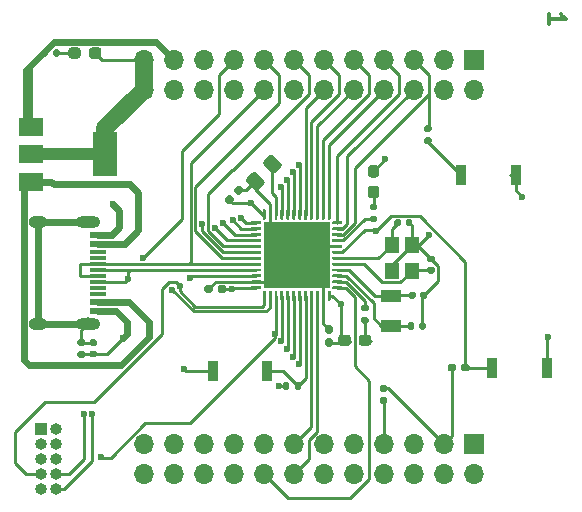
<source format=gbr>
G04 #@! TF.GenerationSoftware,KiCad,Pcbnew,(5.1.10-1-10_14)*
G04 #@! TF.CreationDate,2021-08-26T00:22:11+08:00*
G04 #@! TF.ProjectId,stm32f401_devboard,73746d33-3266-4343-9031-5f646576626f,rev?*
G04 #@! TF.SameCoordinates,Original*
G04 #@! TF.FileFunction,Copper,L1,Top*
G04 #@! TF.FilePolarity,Positive*
%FSLAX46Y46*%
G04 Gerber Fmt 4.6, Leading zero omitted, Abs format (unit mm)*
G04 Created by KiCad (PCBNEW (5.1.10-1-10_14)) date 2021-08-26 00:22:11*
%MOMM*%
%LPD*%
G01*
G04 APERTURE LIST*
G04 #@! TA.AperFunction,NonConductor*
%ADD10C,0.300000*%
G04 #@! TD*
G04 #@! TA.AperFunction,ComponentPad*
%ADD11O,1.700000X1.700000*%
G04 #@! TD*
G04 #@! TA.AperFunction,ComponentPad*
%ADD12R,1.700000X1.700000*%
G04 #@! TD*
G04 #@! TA.AperFunction,SMDPad,CuDef*
%ADD13R,1.200000X1.400000*%
G04 #@! TD*
G04 #@! TA.AperFunction,SMDPad,CuDef*
%ADD14R,1.450000X0.600000*%
G04 #@! TD*
G04 #@! TA.AperFunction,SMDPad,CuDef*
%ADD15R,1.450000X0.300000*%
G04 #@! TD*
G04 #@! TA.AperFunction,ComponentPad*
%ADD16O,2.100000X1.000000*%
G04 #@! TD*
G04 #@! TA.AperFunction,ComponentPad*
%ADD17O,1.600000X1.000000*%
G04 #@! TD*
G04 #@! TA.AperFunction,SMDPad,CuDef*
%ADD18R,2.000000X1.500000*%
G04 #@! TD*
G04 #@! TA.AperFunction,SMDPad,CuDef*
%ADD19R,2.000000X3.800000*%
G04 #@! TD*
G04 #@! TA.AperFunction,SMDPad,CuDef*
%ADD20R,0.899998X1.699997*%
G04 #@! TD*
G04 #@! TA.AperFunction,SMDPad,CuDef*
%ADD21R,1.800000X1.000000*%
G04 #@! TD*
G04 #@! TA.AperFunction,ComponentPad*
%ADD22O,1.000000X1.000000*%
G04 #@! TD*
G04 #@! TA.AperFunction,ComponentPad*
%ADD23R,1.000000X1.000000*%
G04 #@! TD*
G04 #@! TA.AperFunction,SMDPad,CuDef*
%ADD24R,5.600000X5.600000*%
G04 #@! TD*
G04 #@! TA.AperFunction,ViaPad*
%ADD25C,0.600000*%
G04 #@! TD*
G04 #@! TA.AperFunction,Conductor*
%ADD26C,0.250000*%
G04 #@! TD*
G04 #@! TA.AperFunction,Conductor*
%ADD27C,0.600000*%
G04 #@! TD*
G04 #@! TA.AperFunction,Conductor*
%ADD28C,1.000000*%
G04 #@! TD*
G04 #@! TA.AperFunction,Conductor*
%ADD29C,1.500000*%
G04 #@! TD*
G04 APERTURE END LIST*
D10*
X146321428Y-74428571D02*
X146321428Y-73571428D01*
X146321428Y-74000000D02*
X147821428Y-74000000D01*
X147607142Y-73857142D01*
X147464285Y-73714285D01*
X147392857Y-73571428D01*
G04 #@! TA.AperFunction,SMDPad,CuDef*
G36*
G01*
X106575000Y-102130000D02*
X106945000Y-102130000D01*
G75*
G02*
X107080000Y-102265000I0J-135000D01*
G01*
X107080000Y-102535000D01*
G75*
G02*
X106945000Y-102670000I-135000J0D01*
G01*
X106575000Y-102670000D01*
G75*
G02*
X106440000Y-102535000I0J135000D01*
G01*
X106440000Y-102265000D01*
G75*
G02*
X106575000Y-102130000I135000J0D01*
G01*
G37*
G04 #@! TD.AperFunction*
G04 #@! TA.AperFunction,SMDPad,CuDef*
G36*
G01*
X106575000Y-101110000D02*
X106945000Y-101110000D01*
G75*
G02*
X107080000Y-101245000I0J-135000D01*
G01*
X107080000Y-101515000D01*
G75*
G02*
X106945000Y-101650000I-135000J0D01*
G01*
X106575000Y-101650000D01*
G75*
G02*
X106440000Y-101515000I0J135000D01*
G01*
X106440000Y-101245000D01*
G75*
G02*
X106575000Y-101110000I135000J0D01*
G01*
G37*
G04 #@! TD.AperFunction*
G04 #@! TA.AperFunction,SMDPad,CuDef*
G36*
G01*
X107600000Y-102090000D02*
X107940000Y-102090000D01*
G75*
G02*
X108080000Y-102230000I0J-140000D01*
G01*
X108080000Y-102510000D01*
G75*
G02*
X107940000Y-102650000I-140000J0D01*
G01*
X107600000Y-102650000D01*
G75*
G02*
X107460000Y-102510000I0J140000D01*
G01*
X107460000Y-102230000D01*
G75*
G02*
X107600000Y-102090000I140000J0D01*
G01*
G37*
G04 #@! TD.AperFunction*
G04 #@! TA.AperFunction,SMDPad,CuDef*
G36*
G01*
X107600000Y-101130000D02*
X107940000Y-101130000D01*
G75*
G02*
X108080000Y-101270000I0J-140000D01*
G01*
X108080000Y-101550000D01*
G75*
G02*
X107940000Y-101690000I-140000J0D01*
G01*
X107600000Y-101690000D01*
G75*
G02*
X107460000Y-101550000I0J140000D01*
G01*
X107460000Y-101270000D01*
G75*
G02*
X107600000Y-101130000I140000J0D01*
G01*
G37*
G04 #@! TD.AperFunction*
G04 #@! TA.AperFunction,SMDPad,CuDef*
G36*
G01*
X129560000Y-100962500D02*
X129560000Y-101437500D01*
G75*
G02*
X129322500Y-101675000I-237500J0D01*
G01*
X128747500Y-101675000D01*
G75*
G02*
X128510000Y-101437500I0J237500D01*
G01*
X128510000Y-100962500D01*
G75*
G02*
X128747500Y-100725000I237500J0D01*
G01*
X129322500Y-100725000D01*
G75*
G02*
X129560000Y-100962500I0J-237500D01*
G01*
G37*
G04 #@! TD.AperFunction*
G04 #@! TA.AperFunction,SMDPad,CuDef*
G36*
G01*
X131310000Y-100962500D02*
X131310000Y-101437500D01*
G75*
G02*
X131072500Y-101675000I-237500J0D01*
G01*
X130497500Y-101675000D01*
G75*
G02*
X130260000Y-101437500I0J237500D01*
G01*
X130260000Y-100962500D01*
G75*
G02*
X130497500Y-100725000I237500J0D01*
G01*
X131072500Y-100725000D01*
G75*
G02*
X131310000Y-100962500I0J-237500D01*
G01*
G37*
G04 #@! TD.AperFunction*
G04 #@! TA.AperFunction,SMDPad,CuDef*
G36*
G01*
X107410000Y-77117500D02*
X107410000Y-76642500D01*
G75*
G02*
X107647500Y-76405000I237500J0D01*
G01*
X108222500Y-76405000D01*
G75*
G02*
X108460000Y-76642500I0J-237500D01*
G01*
X108460000Y-77117500D01*
G75*
G02*
X108222500Y-77355000I-237500J0D01*
G01*
X107647500Y-77355000D01*
G75*
G02*
X107410000Y-77117500I0J237500D01*
G01*
G37*
G04 #@! TD.AperFunction*
G04 #@! TA.AperFunction,SMDPad,CuDef*
G36*
G01*
X105660000Y-77117500D02*
X105660000Y-76642500D01*
G75*
G02*
X105897500Y-76405000I237500J0D01*
G01*
X106472500Y-76405000D01*
G75*
G02*
X106710000Y-76642500I0J-237500D01*
G01*
X106710000Y-77117500D01*
G75*
G02*
X106472500Y-77355000I-237500J0D01*
G01*
X105897500Y-77355000D01*
G75*
G02*
X105660000Y-77117500I0J237500D01*
G01*
G37*
G04 #@! TD.AperFunction*
G04 #@! TA.AperFunction,SMDPad,CuDef*
G36*
G01*
X127885000Y-100630000D02*
X127575000Y-100630000D01*
G75*
G02*
X127420000Y-100475000I0J155000D01*
G01*
X127420000Y-100050000D01*
G75*
G02*
X127575000Y-99895000I155000J0D01*
G01*
X127885000Y-99895000D01*
G75*
G02*
X128040000Y-100050000I0J-155000D01*
G01*
X128040000Y-100475000D01*
G75*
G02*
X127885000Y-100630000I-155000J0D01*
G01*
G37*
G04 #@! TD.AperFunction*
G04 #@! TA.AperFunction,SMDPad,CuDef*
G36*
G01*
X127885000Y-101765000D02*
X127575000Y-101765000D01*
G75*
G02*
X127420000Y-101610000I0J155000D01*
G01*
X127420000Y-101185000D01*
G75*
G02*
X127575000Y-101030000I155000J0D01*
G01*
X127885000Y-101030000D01*
G75*
G02*
X128040000Y-101185000I0J-155000D01*
G01*
X128040000Y-101610000D01*
G75*
G02*
X127885000Y-101765000I-155000J0D01*
G01*
G37*
G04 #@! TD.AperFunction*
G04 #@! TA.AperFunction,SMDPad,CuDef*
G36*
G01*
X118300000Y-97015000D02*
X118300000Y-96705000D01*
G75*
G02*
X118455000Y-96550000I155000J0D01*
G01*
X118880000Y-96550000D01*
G75*
G02*
X119035000Y-96705000I0J-155000D01*
G01*
X119035000Y-97015000D01*
G75*
G02*
X118880000Y-97170000I-155000J0D01*
G01*
X118455000Y-97170000D01*
G75*
G02*
X118300000Y-97015000I0J155000D01*
G01*
G37*
G04 #@! TD.AperFunction*
G04 #@! TA.AperFunction,SMDPad,CuDef*
G36*
G01*
X117165000Y-97015000D02*
X117165000Y-96705000D01*
G75*
G02*
X117320000Y-96550000I155000J0D01*
G01*
X117745000Y-96550000D01*
G75*
G02*
X117900000Y-96705000I0J-155000D01*
G01*
X117900000Y-97015000D01*
G75*
G02*
X117745000Y-97170000I-155000J0D01*
G01*
X117320000Y-97170000D01*
G75*
G02*
X117165000Y-97015000I0J155000D01*
G01*
G37*
G04 #@! TD.AperFunction*
G04 #@! TA.AperFunction,SMDPad,CuDef*
G36*
G01*
X119438978Y-88921819D02*
X119658181Y-89141022D01*
G75*
G02*
X119658181Y-89360226I-109602J-109602D01*
G01*
X119357660Y-89660747D01*
G75*
G02*
X119138456Y-89660747I-109602J109602D01*
G01*
X118919253Y-89441544D01*
G75*
G02*
X118919253Y-89222340I109602J109602D01*
G01*
X119219774Y-88921819D01*
G75*
G02*
X119438978Y-88921819I109602J-109602D01*
G01*
G37*
G04 #@! TD.AperFunction*
G04 #@! TA.AperFunction,SMDPad,CuDef*
G36*
G01*
X120241544Y-88119253D02*
X120460747Y-88338456D01*
G75*
G02*
X120460747Y-88557660I-109602J-109602D01*
G01*
X120160226Y-88858181D01*
G75*
G02*
X119941022Y-88858181I-109602J109602D01*
G01*
X119721819Y-88638978D01*
G75*
G02*
X119721819Y-88419774I109602J109602D01*
G01*
X120022340Y-88119253D01*
G75*
G02*
X120241544Y-88119253I109602J-109602D01*
G01*
G37*
G04 #@! TD.AperFunction*
D11*
X112060000Y-112540000D03*
X112060000Y-110000000D03*
X114600000Y-112540000D03*
X114600000Y-110000000D03*
X117140000Y-112540000D03*
X117140000Y-110000000D03*
X119680000Y-112540000D03*
X119680000Y-110000000D03*
X122220000Y-112540000D03*
X122220000Y-110000000D03*
X124760000Y-112540000D03*
X124760000Y-110000000D03*
X127300000Y-112540000D03*
X127300000Y-110000000D03*
X129840000Y-112540000D03*
X129840000Y-110000000D03*
X132380000Y-112540000D03*
X132380000Y-110000000D03*
X134920000Y-112540000D03*
X134920000Y-110000000D03*
X137460000Y-112540000D03*
X137460000Y-110000000D03*
X140000000Y-112540000D03*
D12*
X140000000Y-110000000D03*
D11*
X112060000Y-80000000D03*
X112060000Y-77460000D03*
X114600000Y-80000000D03*
X114600000Y-77460000D03*
X117140000Y-80000000D03*
X117140000Y-77460000D03*
X119680000Y-80000000D03*
X119680000Y-77460000D03*
X122220000Y-80000000D03*
X122220000Y-77460000D03*
X124760000Y-80000000D03*
X124760000Y-77460000D03*
X127300000Y-80000000D03*
X127300000Y-77460000D03*
X129840000Y-80000000D03*
X129840000Y-77460000D03*
X132380000Y-80000000D03*
X132380000Y-77460000D03*
X134920000Y-80000000D03*
X134920000Y-77460000D03*
X137460000Y-80000000D03*
X137460000Y-77460000D03*
X140000000Y-80000000D03*
D12*
X140000000Y-77460000D03*
G04 #@! TA.AperFunction,SMDPad,CuDef*
G36*
G01*
X138910000Y-103685000D02*
X138910000Y-103375000D01*
G75*
G02*
X139065000Y-103220000I155000J0D01*
G01*
X139490000Y-103220000D01*
G75*
G02*
X139645000Y-103375000I0J-155000D01*
G01*
X139645000Y-103685000D01*
G75*
G02*
X139490000Y-103840000I-155000J0D01*
G01*
X139065000Y-103840000D01*
G75*
G02*
X138910000Y-103685000I0J155000D01*
G01*
G37*
G04 #@! TD.AperFunction*
G04 #@! TA.AperFunction,SMDPad,CuDef*
G36*
G01*
X137775000Y-103685000D02*
X137775000Y-103375000D01*
G75*
G02*
X137930000Y-103220000I155000J0D01*
G01*
X138355000Y-103220000D01*
G75*
G02*
X138510000Y-103375000I0J-155000D01*
G01*
X138510000Y-103685000D01*
G75*
G02*
X138355000Y-103840000I-155000J0D01*
G01*
X137930000Y-103840000D01*
G75*
G02*
X137775000Y-103685000I0J155000D01*
G01*
G37*
G04 #@! TD.AperFunction*
D13*
X133030000Y-95300000D03*
X133030000Y-93100000D03*
X134730000Y-93100000D03*
X134730000Y-95300000D03*
D14*
X108205000Y-98750000D03*
X108205000Y-97950000D03*
X108205000Y-93050000D03*
X108205000Y-92250000D03*
X108205000Y-92250000D03*
X108205000Y-93050000D03*
X108205000Y-97950000D03*
X108205000Y-98750000D03*
D15*
X108205000Y-93750000D03*
X108205000Y-94250000D03*
X108205000Y-94750000D03*
X108205000Y-95750000D03*
X108205000Y-96250000D03*
X108205000Y-96750000D03*
X108205000Y-97250000D03*
X108205000Y-95250000D03*
D16*
X107290000Y-99820000D03*
X107290000Y-91180000D03*
D17*
X103110000Y-91180000D03*
X103110000Y-99820000D03*
D18*
X102500000Y-83160000D03*
X102500000Y-87760000D03*
X102500000Y-85460000D03*
D19*
X108800000Y-85460000D03*
D20*
X122519970Y-103760000D03*
X117920030Y-103760000D03*
X138930030Y-87190000D03*
X143529970Y-87190000D03*
G04 #@! TA.AperFunction,SMDPad,CuDef*
G36*
G01*
X135925000Y-84020000D02*
X136295000Y-84020000D01*
G75*
G02*
X136430000Y-84155000I0J-135000D01*
G01*
X136430000Y-84425000D01*
G75*
G02*
X136295000Y-84560000I-135000J0D01*
G01*
X135925000Y-84560000D01*
G75*
G02*
X135790000Y-84425000I0J135000D01*
G01*
X135790000Y-84155000D01*
G75*
G02*
X135925000Y-84020000I135000J0D01*
G01*
G37*
G04 #@! TD.AperFunction*
G04 #@! TA.AperFunction,SMDPad,CuDef*
G36*
G01*
X135925000Y-83000000D02*
X136295000Y-83000000D01*
G75*
G02*
X136430000Y-83135000I0J-135000D01*
G01*
X136430000Y-83405000D01*
G75*
G02*
X136295000Y-83540000I-135000J0D01*
G01*
X135925000Y-83540000D01*
G75*
G02*
X135790000Y-83405000I0J135000D01*
G01*
X135790000Y-83135000D01*
G75*
G02*
X135925000Y-83000000I135000J0D01*
G01*
G37*
G04 #@! TD.AperFunction*
G04 #@! TA.AperFunction,SMDPad,CuDef*
G36*
G01*
X131695000Y-90180000D02*
X131325000Y-90180000D01*
G75*
G02*
X131190000Y-90045000I0J135000D01*
G01*
X131190000Y-89775000D01*
G75*
G02*
X131325000Y-89640000I135000J0D01*
G01*
X131695000Y-89640000D01*
G75*
G02*
X131830000Y-89775000I0J-135000D01*
G01*
X131830000Y-90045000D01*
G75*
G02*
X131695000Y-90180000I-135000J0D01*
G01*
G37*
G04 #@! TD.AperFunction*
G04 #@! TA.AperFunction,SMDPad,CuDef*
G36*
G01*
X131695000Y-91200000D02*
X131325000Y-91200000D01*
G75*
G02*
X131190000Y-91065000I0J135000D01*
G01*
X131190000Y-90795000D01*
G75*
G02*
X131325000Y-90660000I135000J0D01*
G01*
X131695000Y-90660000D01*
G75*
G02*
X131830000Y-90795000I0J-135000D01*
G01*
X131830000Y-91065000D01*
G75*
G02*
X131695000Y-91200000I-135000J0D01*
G01*
G37*
G04 #@! TD.AperFunction*
G04 #@! TA.AperFunction,SMDPad,CuDef*
G36*
G01*
X130965000Y-98760000D02*
X130595000Y-98760000D01*
G75*
G02*
X130460000Y-98625000I0J135000D01*
G01*
X130460000Y-98355000D01*
G75*
G02*
X130595000Y-98220000I135000J0D01*
G01*
X130965000Y-98220000D01*
G75*
G02*
X131100000Y-98355000I0J-135000D01*
G01*
X131100000Y-98625000D01*
G75*
G02*
X130965000Y-98760000I-135000J0D01*
G01*
G37*
G04 #@! TD.AperFunction*
G04 #@! TA.AperFunction,SMDPad,CuDef*
G36*
G01*
X130965000Y-99780000D02*
X130595000Y-99780000D01*
G75*
G02*
X130460000Y-99645000I0J135000D01*
G01*
X130460000Y-99375000D01*
G75*
G02*
X130595000Y-99240000I135000J0D01*
G01*
X130965000Y-99240000D01*
G75*
G02*
X131100000Y-99375000I0J-135000D01*
G01*
X131100000Y-99645000D01*
G75*
G02*
X130965000Y-99780000I-135000J0D01*
G01*
G37*
G04 #@! TD.AperFunction*
G04 #@! TA.AperFunction,SMDPad,CuDef*
G36*
G01*
X103920000Y-76685000D02*
X103920000Y-77055000D01*
G75*
G02*
X103785000Y-77190000I-135000J0D01*
G01*
X103515000Y-77190000D01*
G75*
G02*
X103380000Y-77055000I0J135000D01*
G01*
X103380000Y-76685000D01*
G75*
G02*
X103515000Y-76550000I135000J0D01*
G01*
X103785000Y-76550000D01*
G75*
G02*
X103920000Y-76685000I0J-135000D01*
G01*
G37*
G04 #@! TD.AperFunction*
G04 #@! TA.AperFunction,SMDPad,CuDef*
G36*
G01*
X104940000Y-76685000D02*
X104940000Y-77055000D01*
G75*
G02*
X104805000Y-77190000I-135000J0D01*
G01*
X104535000Y-77190000D01*
G75*
G02*
X104400000Y-77055000I0J135000D01*
G01*
X104400000Y-76685000D01*
G75*
G02*
X104535000Y-76550000I135000J0D01*
G01*
X104805000Y-76550000D01*
G75*
G02*
X104940000Y-76685000I0J-135000D01*
G01*
G37*
G04 #@! TD.AperFunction*
G04 #@! TA.AperFunction,SMDPad,CuDef*
G36*
G01*
X124850000Y-105235000D02*
X124850000Y-104865000D01*
G75*
G02*
X124985000Y-104730000I135000J0D01*
G01*
X125255000Y-104730000D01*
G75*
G02*
X125390000Y-104865000I0J-135000D01*
G01*
X125390000Y-105235000D01*
G75*
G02*
X125255000Y-105370000I-135000J0D01*
G01*
X124985000Y-105370000D01*
G75*
G02*
X124850000Y-105235000I0J135000D01*
G01*
G37*
G04 #@! TD.AperFunction*
G04 #@! TA.AperFunction,SMDPad,CuDef*
G36*
G01*
X123830000Y-105235000D02*
X123830000Y-104865000D01*
G75*
G02*
X123965000Y-104730000I135000J0D01*
G01*
X124235000Y-104730000D01*
G75*
G02*
X124370000Y-104865000I0J-135000D01*
G01*
X124370000Y-105235000D01*
G75*
G02*
X124235000Y-105370000I-135000J0D01*
G01*
X123965000Y-105370000D01*
G75*
G02*
X123830000Y-105235000I0J135000D01*
G01*
G37*
G04 #@! TD.AperFunction*
G04 #@! TA.AperFunction,SMDPad,CuDef*
G36*
G01*
X132535000Y-105550000D02*
X132165000Y-105550000D01*
G75*
G02*
X132030000Y-105415000I0J135000D01*
G01*
X132030000Y-105145000D01*
G75*
G02*
X132165000Y-105010000I135000J0D01*
G01*
X132535000Y-105010000D01*
G75*
G02*
X132670000Y-105145000I0J-135000D01*
G01*
X132670000Y-105415000D01*
G75*
G02*
X132535000Y-105550000I-135000J0D01*
G01*
G37*
G04 #@! TD.AperFunction*
G04 #@! TA.AperFunction,SMDPad,CuDef*
G36*
G01*
X132535000Y-106570000D02*
X132165000Y-106570000D01*
G75*
G02*
X132030000Y-106435000I0J135000D01*
G01*
X132030000Y-106165000D01*
G75*
G02*
X132165000Y-106030000I135000J0D01*
G01*
X132535000Y-106030000D01*
G75*
G02*
X132670000Y-106165000I0J-135000D01*
G01*
X132670000Y-106435000D01*
G75*
G02*
X132535000Y-106570000I-135000J0D01*
G01*
G37*
G04 #@! TD.AperFunction*
G04 #@! TA.AperFunction,SMDPad,CuDef*
G36*
G01*
X134960000Y-99820000D02*
X134960000Y-100160000D01*
G75*
G02*
X134820000Y-100300000I-140000J0D01*
G01*
X134540000Y-100300000D01*
G75*
G02*
X134400000Y-100160000I0J140000D01*
G01*
X134400000Y-99820000D01*
G75*
G02*
X134540000Y-99680000I140000J0D01*
G01*
X134820000Y-99680000D01*
G75*
G02*
X134960000Y-99820000I0J-140000D01*
G01*
G37*
G04 #@! TD.AperFunction*
G04 #@! TA.AperFunction,SMDPad,CuDef*
G36*
G01*
X135920000Y-99820000D02*
X135920000Y-100160000D01*
G75*
G02*
X135780000Y-100300000I-140000J0D01*
G01*
X135500000Y-100300000D01*
G75*
G02*
X135360000Y-100160000I0J140000D01*
G01*
X135360000Y-99820000D01*
G75*
G02*
X135500000Y-99680000I140000J0D01*
G01*
X135780000Y-99680000D01*
G75*
G02*
X135920000Y-99820000I0J-140000D01*
G01*
G37*
G04 #@! TD.AperFunction*
G04 #@! TA.AperFunction,SMDPad,CuDef*
G36*
G01*
X135070000Y-97220000D02*
X135070000Y-97560000D01*
G75*
G02*
X134930000Y-97700000I-140000J0D01*
G01*
X134650000Y-97700000D01*
G75*
G02*
X134510000Y-97560000I0J140000D01*
G01*
X134510000Y-97220000D01*
G75*
G02*
X134650000Y-97080000I140000J0D01*
G01*
X134930000Y-97080000D01*
G75*
G02*
X135070000Y-97220000I0J-140000D01*
G01*
G37*
G04 #@! TD.AperFunction*
G04 #@! TA.AperFunction,SMDPad,CuDef*
G36*
G01*
X136030000Y-97220000D02*
X136030000Y-97560000D01*
G75*
G02*
X135890000Y-97700000I-140000J0D01*
G01*
X135610000Y-97700000D01*
G75*
G02*
X135470000Y-97560000I0J140000D01*
G01*
X135470000Y-97220000D01*
G75*
G02*
X135610000Y-97080000I140000J0D01*
G01*
X135890000Y-97080000D01*
G75*
G02*
X136030000Y-97220000I0J-140000D01*
G01*
G37*
G04 #@! TD.AperFunction*
G04 #@! TA.AperFunction,SMDPad,CuDef*
G36*
G01*
X133840000Y-91080000D02*
X133840000Y-91420000D01*
G75*
G02*
X133700000Y-91560000I-140000J0D01*
G01*
X133420000Y-91560000D01*
G75*
G02*
X133280000Y-91420000I0J140000D01*
G01*
X133280000Y-91080000D01*
G75*
G02*
X133420000Y-90940000I140000J0D01*
G01*
X133700000Y-90940000D01*
G75*
G02*
X133840000Y-91080000I0J-140000D01*
G01*
G37*
G04 #@! TD.AperFunction*
G04 #@! TA.AperFunction,SMDPad,CuDef*
G36*
G01*
X134800000Y-91080000D02*
X134800000Y-91420000D01*
G75*
G02*
X134660000Y-91560000I-140000J0D01*
G01*
X134380000Y-91560000D01*
G75*
G02*
X134240000Y-91420000I0J140000D01*
G01*
X134240000Y-91080000D01*
G75*
G02*
X134380000Y-90940000I140000J0D01*
G01*
X134660000Y-90940000D01*
G75*
G02*
X134800000Y-91080000I0J-140000D01*
G01*
G37*
G04 #@! TD.AperFunction*
G04 #@! TA.AperFunction,SMDPad,CuDef*
G36*
G01*
X136200000Y-94990000D02*
X136540000Y-94990000D01*
G75*
G02*
X136680000Y-95130000I0J-140000D01*
G01*
X136680000Y-95410000D01*
G75*
G02*
X136540000Y-95550000I-140000J0D01*
G01*
X136200000Y-95550000D01*
G75*
G02*
X136060000Y-95410000I0J140000D01*
G01*
X136060000Y-95130000D01*
G75*
G02*
X136200000Y-94990000I140000J0D01*
G01*
G37*
G04 #@! TD.AperFunction*
G04 #@! TA.AperFunction,SMDPad,CuDef*
G36*
G01*
X136200000Y-94030000D02*
X136540000Y-94030000D01*
G75*
G02*
X136680000Y-94170000I0J-140000D01*
G01*
X136680000Y-94450000D01*
G75*
G02*
X136540000Y-94590000I-140000J0D01*
G01*
X136200000Y-94590000D01*
G75*
G02*
X136060000Y-94450000I0J140000D01*
G01*
X136060000Y-94170000D01*
G75*
G02*
X136200000Y-94030000I140000J0D01*
G01*
G37*
G04 #@! TD.AperFunction*
G04 #@! TA.AperFunction,SMDPad,CuDef*
G36*
G01*
X131272500Y-88120000D02*
X131747500Y-88120000D01*
G75*
G02*
X131985000Y-88357500I0J-237500D01*
G01*
X131985000Y-88932500D01*
G75*
G02*
X131747500Y-89170000I-237500J0D01*
G01*
X131272500Y-89170000D01*
G75*
G02*
X131035000Y-88932500I0J237500D01*
G01*
X131035000Y-88357500D01*
G75*
G02*
X131272500Y-88120000I237500J0D01*
G01*
G37*
G04 #@! TD.AperFunction*
G04 #@! TA.AperFunction,SMDPad,CuDef*
G36*
G01*
X131272500Y-86370000D02*
X131747500Y-86370000D01*
G75*
G02*
X131985000Y-86607500I0J-237500D01*
G01*
X131985000Y-87182500D01*
G75*
G02*
X131747500Y-87420000I-237500J0D01*
G01*
X131272500Y-87420000D01*
G75*
G02*
X131035000Y-87182500I0J237500D01*
G01*
X131035000Y-86607500D01*
G75*
G02*
X131272500Y-86370000I237500J0D01*
G01*
G37*
G04 #@! TD.AperFunction*
X141560030Y-103530000D03*
X146159970Y-103530000D03*
D21*
X133000000Y-99950000D03*
X133000000Y-97450000D03*
D22*
X103315000Y-113820000D03*
X104585000Y-113820000D03*
X103315000Y-112550000D03*
X104585000Y-112550000D03*
X103315000Y-111280000D03*
X104585000Y-111280000D03*
X103315000Y-110010000D03*
X104585000Y-110010000D03*
X104585000Y-108740000D03*
D23*
X103315000Y-108740000D03*
D24*
X125000000Y-94000000D03*
G04 #@! TA.AperFunction,SMDPad,CuDef*
G36*
G01*
X127875000Y-97062500D02*
X127875000Y-97812500D01*
G75*
G02*
X127812500Y-97875000I-62500J0D01*
G01*
X127687500Y-97875000D01*
G75*
G02*
X127625000Y-97812500I0J62500D01*
G01*
X127625000Y-97062500D01*
G75*
G02*
X127687500Y-97000000I62500J0D01*
G01*
X127812500Y-97000000D01*
G75*
G02*
X127875000Y-97062500I0J-62500D01*
G01*
G37*
G04 #@! TD.AperFunction*
G04 #@! TA.AperFunction,SMDPad,CuDef*
G36*
G01*
X127375000Y-97062500D02*
X127375000Y-97812500D01*
G75*
G02*
X127312500Y-97875000I-62500J0D01*
G01*
X127187500Y-97875000D01*
G75*
G02*
X127125000Y-97812500I0J62500D01*
G01*
X127125000Y-97062500D01*
G75*
G02*
X127187500Y-97000000I62500J0D01*
G01*
X127312500Y-97000000D01*
G75*
G02*
X127375000Y-97062500I0J-62500D01*
G01*
G37*
G04 #@! TD.AperFunction*
G04 #@! TA.AperFunction,SMDPad,CuDef*
G36*
G01*
X126875000Y-97062500D02*
X126875000Y-97812500D01*
G75*
G02*
X126812500Y-97875000I-62500J0D01*
G01*
X126687500Y-97875000D01*
G75*
G02*
X126625000Y-97812500I0J62500D01*
G01*
X126625000Y-97062500D01*
G75*
G02*
X126687500Y-97000000I62500J0D01*
G01*
X126812500Y-97000000D01*
G75*
G02*
X126875000Y-97062500I0J-62500D01*
G01*
G37*
G04 #@! TD.AperFunction*
G04 #@! TA.AperFunction,SMDPad,CuDef*
G36*
G01*
X126375000Y-97062500D02*
X126375000Y-97812500D01*
G75*
G02*
X126312500Y-97875000I-62500J0D01*
G01*
X126187500Y-97875000D01*
G75*
G02*
X126125000Y-97812500I0J62500D01*
G01*
X126125000Y-97062500D01*
G75*
G02*
X126187500Y-97000000I62500J0D01*
G01*
X126312500Y-97000000D01*
G75*
G02*
X126375000Y-97062500I0J-62500D01*
G01*
G37*
G04 #@! TD.AperFunction*
G04 #@! TA.AperFunction,SMDPad,CuDef*
G36*
G01*
X125875000Y-97062500D02*
X125875000Y-97812500D01*
G75*
G02*
X125812500Y-97875000I-62500J0D01*
G01*
X125687500Y-97875000D01*
G75*
G02*
X125625000Y-97812500I0J62500D01*
G01*
X125625000Y-97062500D01*
G75*
G02*
X125687500Y-97000000I62500J0D01*
G01*
X125812500Y-97000000D01*
G75*
G02*
X125875000Y-97062500I0J-62500D01*
G01*
G37*
G04 #@! TD.AperFunction*
G04 #@! TA.AperFunction,SMDPad,CuDef*
G36*
G01*
X125375000Y-97062500D02*
X125375000Y-97812500D01*
G75*
G02*
X125312500Y-97875000I-62500J0D01*
G01*
X125187500Y-97875000D01*
G75*
G02*
X125125000Y-97812500I0J62500D01*
G01*
X125125000Y-97062500D01*
G75*
G02*
X125187500Y-97000000I62500J0D01*
G01*
X125312500Y-97000000D01*
G75*
G02*
X125375000Y-97062500I0J-62500D01*
G01*
G37*
G04 #@! TD.AperFunction*
G04 #@! TA.AperFunction,SMDPad,CuDef*
G36*
G01*
X124875000Y-97062500D02*
X124875000Y-97812500D01*
G75*
G02*
X124812500Y-97875000I-62500J0D01*
G01*
X124687500Y-97875000D01*
G75*
G02*
X124625000Y-97812500I0J62500D01*
G01*
X124625000Y-97062500D01*
G75*
G02*
X124687500Y-97000000I62500J0D01*
G01*
X124812500Y-97000000D01*
G75*
G02*
X124875000Y-97062500I0J-62500D01*
G01*
G37*
G04 #@! TD.AperFunction*
G04 #@! TA.AperFunction,SMDPad,CuDef*
G36*
G01*
X124375000Y-97062500D02*
X124375000Y-97812500D01*
G75*
G02*
X124312500Y-97875000I-62500J0D01*
G01*
X124187500Y-97875000D01*
G75*
G02*
X124125000Y-97812500I0J62500D01*
G01*
X124125000Y-97062500D01*
G75*
G02*
X124187500Y-97000000I62500J0D01*
G01*
X124312500Y-97000000D01*
G75*
G02*
X124375000Y-97062500I0J-62500D01*
G01*
G37*
G04 #@! TD.AperFunction*
G04 #@! TA.AperFunction,SMDPad,CuDef*
G36*
G01*
X123875000Y-97062500D02*
X123875000Y-97812500D01*
G75*
G02*
X123812500Y-97875000I-62500J0D01*
G01*
X123687500Y-97875000D01*
G75*
G02*
X123625000Y-97812500I0J62500D01*
G01*
X123625000Y-97062500D01*
G75*
G02*
X123687500Y-97000000I62500J0D01*
G01*
X123812500Y-97000000D01*
G75*
G02*
X123875000Y-97062500I0J-62500D01*
G01*
G37*
G04 #@! TD.AperFunction*
G04 #@! TA.AperFunction,SMDPad,CuDef*
G36*
G01*
X123375000Y-97062500D02*
X123375000Y-97812500D01*
G75*
G02*
X123312500Y-97875000I-62500J0D01*
G01*
X123187500Y-97875000D01*
G75*
G02*
X123125000Y-97812500I0J62500D01*
G01*
X123125000Y-97062500D01*
G75*
G02*
X123187500Y-97000000I62500J0D01*
G01*
X123312500Y-97000000D01*
G75*
G02*
X123375000Y-97062500I0J-62500D01*
G01*
G37*
G04 #@! TD.AperFunction*
G04 #@! TA.AperFunction,SMDPad,CuDef*
G36*
G01*
X122875000Y-97062500D02*
X122875000Y-97812500D01*
G75*
G02*
X122812500Y-97875000I-62500J0D01*
G01*
X122687500Y-97875000D01*
G75*
G02*
X122625000Y-97812500I0J62500D01*
G01*
X122625000Y-97062500D01*
G75*
G02*
X122687500Y-97000000I62500J0D01*
G01*
X122812500Y-97000000D01*
G75*
G02*
X122875000Y-97062500I0J-62500D01*
G01*
G37*
G04 #@! TD.AperFunction*
G04 #@! TA.AperFunction,SMDPad,CuDef*
G36*
G01*
X122375000Y-97062500D02*
X122375000Y-97812500D01*
G75*
G02*
X122312500Y-97875000I-62500J0D01*
G01*
X122187500Y-97875000D01*
G75*
G02*
X122125000Y-97812500I0J62500D01*
G01*
X122125000Y-97062500D01*
G75*
G02*
X122187500Y-97000000I62500J0D01*
G01*
X122312500Y-97000000D01*
G75*
G02*
X122375000Y-97062500I0J-62500D01*
G01*
G37*
G04 #@! TD.AperFunction*
G04 #@! TA.AperFunction,SMDPad,CuDef*
G36*
G01*
X122000000Y-96687500D02*
X122000000Y-96812500D01*
G75*
G02*
X121937500Y-96875000I-62500J0D01*
G01*
X121187500Y-96875000D01*
G75*
G02*
X121125000Y-96812500I0J62500D01*
G01*
X121125000Y-96687500D01*
G75*
G02*
X121187500Y-96625000I62500J0D01*
G01*
X121937500Y-96625000D01*
G75*
G02*
X122000000Y-96687500I0J-62500D01*
G01*
G37*
G04 #@! TD.AperFunction*
G04 #@! TA.AperFunction,SMDPad,CuDef*
G36*
G01*
X122000000Y-96187500D02*
X122000000Y-96312500D01*
G75*
G02*
X121937500Y-96375000I-62500J0D01*
G01*
X121187500Y-96375000D01*
G75*
G02*
X121125000Y-96312500I0J62500D01*
G01*
X121125000Y-96187500D01*
G75*
G02*
X121187500Y-96125000I62500J0D01*
G01*
X121937500Y-96125000D01*
G75*
G02*
X122000000Y-96187500I0J-62500D01*
G01*
G37*
G04 #@! TD.AperFunction*
G04 #@! TA.AperFunction,SMDPad,CuDef*
G36*
G01*
X122000000Y-95687500D02*
X122000000Y-95812500D01*
G75*
G02*
X121937500Y-95875000I-62500J0D01*
G01*
X121187500Y-95875000D01*
G75*
G02*
X121125000Y-95812500I0J62500D01*
G01*
X121125000Y-95687500D01*
G75*
G02*
X121187500Y-95625000I62500J0D01*
G01*
X121937500Y-95625000D01*
G75*
G02*
X122000000Y-95687500I0J-62500D01*
G01*
G37*
G04 #@! TD.AperFunction*
G04 #@! TA.AperFunction,SMDPad,CuDef*
G36*
G01*
X122000000Y-95187500D02*
X122000000Y-95312500D01*
G75*
G02*
X121937500Y-95375000I-62500J0D01*
G01*
X121187500Y-95375000D01*
G75*
G02*
X121125000Y-95312500I0J62500D01*
G01*
X121125000Y-95187500D01*
G75*
G02*
X121187500Y-95125000I62500J0D01*
G01*
X121937500Y-95125000D01*
G75*
G02*
X122000000Y-95187500I0J-62500D01*
G01*
G37*
G04 #@! TD.AperFunction*
G04 #@! TA.AperFunction,SMDPad,CuDef*
G36*
G01*
X122000000Y-94687500D02*
X122000000Y-94812500D01*
G75*
G02*
X121937500Y-94875000I-62500J0D01*
G01*
X121187500Y-94875000D01*
G75*
G02*
X121125000Y-94812500I0J62500D01*
G01*
X121125000Y-94687500D01*
G75*
G02*
X121187500Y-94625000I62500J0D01*
G01*
X121937500Y-94625000D01*
G75*
G02*
X122000000Y-94687500I0J-62500D01*
G01*
G37*
G04 #@! TD.AperFunction*
G04 #@! TA.AperFunction,SMDPad,CuDef*
G36*
G01*
X122000000Y-94187500D02*
X122000000Y-94312500D01*
G75*
G02*
X121937500Y-94375000I-62500J0D01*
G01*
X121187500Y-94375000D01*
G75*
G02*
X121125000Y-94312500I0J62500D01*
G01*
X121125000Y-94187500D01*
G75*
G02*
X121187500Y-94125000I62500J0D01*
G01*
X121937500Y-94125000D01*
G75*
G02*
X122000000Y-94187500I0J-62500D01*
G01*
G37*
G04 #@! TD.AperFunction*
G04 #@! TA.AperFunction,SMDPad,CuDef*
G36*
G01*
X122000000Y-93687500D02*
X122000000Y-93812500D01*
G75*
G02*
X121937500Y-93875000I-62500J0D01*
G01*
X121187500Y-93875000D01*
G75*
G02*
X121125000Y-93812500I0J62500D01*
G01*
X121125000Y-93687500D01*
G75*
G02*
X121187500Y-93625000I62500J0D01*
G01*
X121937500Y-93625000D01*
G75*
G02*
X122000000Y-93687500I0J-62500D01*
G01*
G37*
G04 #@! TD.AperFunction*
G04 #@! TA.AperFunction,SMDPad,CuDef*
G36*
G01*
X122000000Y-93187500D02*
X122000000Y-93312500D01*
G75*
G02*
X121937500Y-93375000I-62500J0D01*
G01*
X121187500Y-93375000D01*
G75*
G02*
X121125000Y-93312500I0J62500D01*
G01*
X121125000Y-93187500D01*
G75*
G02*
X121187500Y-93125000I62500J0D01*
G01*
X121937500Y-93125000D01*
G75*
G02*
X122000000Y-93187500I0J-62500D01*
G01*
G37*
G04 #@! TD.AperFunction*
G04 #@! TA.AperFunction,SMDPad,CuDef*
G36*
G01*
X122000000Y-92687500D02*
X122000000Y-92812500D01*
G75*
G02*
X121937500Y-92875000I-62500J0D01*
G01*
X121187500Y-92875000D01*
G75*
G02*
X121125000Y-92812500I0J62500D01*
G01*
X121125000Y-92687500D01*
G75*
G02*
X121187500Y-92625000I62500J0D01*
G01*
X121937500Y-92625000D01*
G75*
G02*
X122000000Y-92687500I0J-62500D01*
G01*
G37*
G04 #@! TD.AperFunction*
G04 #@! TA.AperFunction,SMDPad,CuDef*
G36*
G01*
X122000000Y-92187500D02*
X122000000Y-92312500D01*
G75*
G02*
X121937500Y-92375000I-62500J0D01*
G01*
X121187500Y-92375000D01*
G75*
G02*
X121125000Y-92312500I0J62500D01*
G01*
X121125000Y-92187500D01*
G75*
G02*
X121187500Y-92125000I62500J0D01*
G01*
X121937500Y-92125000D01*
G75*
G02*
X122000000Y-92187500I0J-62500D01*
G01*
G37*
G04 #@! TD.AperFunction*
G04 #@! TA.AperFunction,SMDPad,CuDef*
G36*
G01*
X122000000Y-91687500D02*
X122000000Y-91812500D01*
G75*
G02*
X121937500Y-91875000I-62500J0D01*
G01*
X121187500Y-91875000D01*
G75*
G02*
X121125000Y-91812500I0J62500D01*
G01*
X121125000Y-91687500D01*
G75*
G02*
X121187500Y-91625000I62500J0D01*
G01*
X121937500Y-91625000D01*
G75*
G02*
X122000000Y-91687500I0J-62500D01*
G01*
G37*
G04 #@! TD.AperFunction*
G04 #@! TA.AperFunction,SMDPad,CuDef*
G36*
G01*
X122000000Y-91187500D02*
X122000000Y-91312500D01*
G75*
G02*
X121937500Y-91375000I-62500J0D01*
G01*
X121187500Y-91375000D01*
G75*
G02*
X121125000Y-91312500I0J62500D01*
G01*
X121125000Y-91187500D01*
G75*
G02*
X121187500Y-91125000I62500J0D01*
G01*
X121937500Y-91125000D01*
G75*
G02*
X122000000Y-91187500I0J-62500D01*
G01*
G37*
G04 #@! TD.AperFunction*
G04 #@! TA.AperFunction,SMDPad,CuDef*
G36*
G01*
X122375000Y-90187500D02*
X122375000Y-90937500D01*
G75*
G02*
X122312500Y-91000000I-62500J0D01*
G01*
X122187500Y-91000000D01*
G75*
G02*
X122125000Y-90937500I0J62500D01*
G01*
X122125000Y-90187500D01*
G75*
G02*
X122187500Y-90125000I62500J0D01*
G01*
X122312500Y-90125000D01*
G75*
G02*
X122375000Y-90187500I0J-62500D01*
G01*
G37*
G04 #@! TD.AperFunction*
G04 #@! TA.AperFunction,SMDPad,CuDef*
G36*
G01*
X122875000Y-90187500D02*
X122875000Y-90937500D01*
G75*
G02*
X122812500Y-91000000I-62500J0D01*
G01*
X122687500Y-91000000D01*
G75*
G02*
X122625000Y-90937500I0J62500D01*
G01*
X122625000Y-90187500D01*
G75*
G02*
X122687500Y-90125000I62500J0D01*
G01*
X122812500Y-90125000D01*
G75*
G02*
X122875000Y-90187500I0J-62500D01*
G01*
G37*
G04 #@! TD.AperFunction*
G04 #@! TA.AperFunction,SMDPad,CuDef*
G36*
G01*
X123375000Y-90187500D02*
X123375000Y-90937500D01*
G75*
G02*
X123312500Y-91000000I-62500J0D01*
G01*
X123187500Y-91000000D01*
G75*
G02*
X123125000Y-90937500I0J62500D01*
G01*
X123125000Y-90187500D01*
G75*
G02*
X123187500Y-90125000I62500J0D01*
G01*
X123312500Y-90125000D01*
G75*
G02*
X123375000Y-90187500I0J-62500D01*
G01*
G37*
G04 #@! TD.AperFunction*
G04 #@! TA.AperFunction,SMDPad,CuDef*
G36*
G01*
X123875000Y-90187500D02*
X123875000Y-90937500D01*
G75*
G02*
X123812500Y-91000000I-62500J0D01*
G01*
X123687500Y-91000000D01*
G75*
G02*
X123625000Y-90937500I0J62500D01*
G01*
X123625000Y-90187500D01*
G75*
G02*
X123687500Y-90125000I62500J0D01*
G01*
X123812500Y-90125000D01*
G75*
G02*
X123875000Y-90187500I0J-62500D01*
G01*
G37*
G04 #@! TD.AperFunction*
G04 #@! TA.AperFunction,SMDPad,CuDef*
G36*
G01*
X124375000Y-90187500D02*
X124375000Y-90937500D01*
G75*
G02*
X124312500Y-91000000I-62500J0D01*
G01*
X124187500Y-91000000D01*
G75*
G02*
X124125000Y-90937500I0J62500D01*
G01*
X124125000Y-90187500D01*
G75*
G02*
X124187500Y-90125000I62500J0D01*
G01*
X124312500Y-90125000D01*
G75*
G02*
X124375000Y-90187500I0J-62500D01*
G01*
G37*
G04 #@! TD.AperFunction*
G04 #@! TA.AperFunction,SMDPad,CuDef*
G36*
G01*
X124875000Y-90187500D02*
X124875000Y-90937500D01*
G75*
G02*
X124812500Y-91000000I-62500J0D01*
G01*
X124687500Y-91000000D01*
G75*
G02*
X124625000Y-90937500I0J62500D01*
G01*
X124625000Y-90187500D01*
G75*
G02*
X124687500Y-90125000I62500J0D01*
G01*
X124812500Y-90125000D01*
G75*
G02*
X124875000Y-90187500I0J-62500D01*
G01*
G37*
G04 #@! TD.AperFunction*
G04 #@! TA.AperFunction,SMDPad,CuDef*
G36*
G01*
X125375000Y-90187500D02*
X125375000Y-90937500D01*
G75*
G02*
X125312500Y-91000000I-62500J0D01*
G01*
X125187500Y-91000000D01*
G75*
G02*
X125125000Y-90937500I0J62500D01*
G01*
X125125000Y-90187500D01*
G75*
G02*
X125187500Y-90125000I62500J0D01*
G01*
X125312500Y-90125000D01*
G75*
G02*
X125375000Y-90187500I0J-62500D01*
G01*
G37*
G04 #@! TD.AperFunction*
G04 #@! TA.AperFunction,SMDPad,CuDef*
G36*
G01*
X125875000Y-90187500D02*
X125875000Y-90937500D01*
G75*
G02*
X125812500Y-91000000I-62500J0D01*
G01*
X125687500Y-91000000D01*
G75*
G02*
X125625000Y-90937500I0J62500D01*
G01*
X125625000Y-90187500D01*
G75*
G02*
X125687500Y-90125000I62500J0D01*
G01*
X125812500Y-90125000D01*
G75*
G02*
X125875000Y-90187500I0J-62500D01*
G01*
G37*
G04 #@! TD.AperFunction*
G04 #@! TA.AperFunction,SMDPad,CuDef*
G36*
G01*
X126375000Y-90187500D02*
X126375000Y-90937500D01*
G75*
G02*
X126312500Y-91000000I-62500J0D01*
G01*
X126187500Y-91000000D01*
G75*
G02*
X126125000Y-90937500I0J62500D01*
G01*
X126125000Y-90187500D01*
G75*
G02*
X126187500Y-90125000I62500J0D01*
G01*
X126312500Y-90125000D01*
G75*
G02*
X126375000Y-90187500I0J-62500D01*
G01*
G37*
G04 #@! TD.AperFunction*
G04 #@! TA.AperFunction,SMDPad,CuDef*
G36*
G01*
X126875000Y-90187500D02*
X126875000Y-90937500D01*
G75*
G02*
X126812500Y-91000000I-62500J0D01*
G01*
X126687500Y-91000000D01*
G75*
G02*
X126625000Y-90937500I0J62500D01*
G01*
X126625000Y-90187500D01*
G75*
G02*
X126687500Y-90125000I62500J0D01*
G01*
X126812500Y-90125000D01*
G75*
G02*
X126875000Y-90187500I0J-62500D01*
G01*
G37*
G04 #@! TD.AperFunction*
G04 #@! TA.AperFunction,SMDPad,CuDef*
G36*
G01*
X127375000Y-90187500D02*
X127375000Y-90937500D01*
G75*
G02*
X127312500Y-91000000I-62500J0D01*
G01*
X127187500Y-91000000D01*
G75*
G02*
X127125000Y-90937500I0J62500D01*
G01*
X127125000Y-90187500D01*
G75*
G02*
X127187500Y-90125000I62500J0D01*
G01*
X127312500Y-90125000D01*
G75*
G02*
X127375000Y-90187500I0J-62500D01*
G01*
G37*
G04 #@! TD.AperFunction*
G04 #@! TA.AperFunction,SMDPad,CuDef*
G36*
G01*
X127875000Y-90187500D02*
X127875000Y-90937500D01*
G75*
G02*
X127812500Y-91000000I-62500J0D01*
G01*
X127687500Y-91000000D01*
G75*
G02*
X127625000Y-90937500I0J62500D01*
G01*
X127625000Y-90187500D01*
G75*
G02*
X127687500Y-90125000I62500J0D01*
G01*
X127812500Y-90125000D01*
G75*
G02*
X127875000Y-90187500I0J-62500D01*
G01*
G37*
G04 #@! TD.AperFunction*
G04 #@! TA.AperFunction,SMDPad,CuDef*
G36*
G01*
X128875000Y-91187500D02*
X128875000Y-91312500D01*
G75*
G02*
X128812500Y-91375000I-62500J0D01*
G01*
X128062500Y-91375000D01*
G75*
G02*
X128000000Y-91312500I0J62500D01*
G01*
X128000000Y-91187500D01*
G75*
G02*
X128062500Y-91125000I62500J0D01*
G01*
X128812500Y-91125000D01*
G75*
G02*
X128875000Y-91187500I0J-62500D01*
G01*
G37*
G04 #@! TD.AperFunction*
G04 #@! TA.AperFunction,SMDPad,CuDef*
G36*
G01*
X128875000Y-91687500D02*
X128875000Y-91812500D01*
G75*
G02*
X128812500Y-91875000I-62500J0D01*
G01*
X128062500Y-91875000D01*
G75*
G02*
X128000000Y-91812500I0J62500D01*
G01*
X128000000Y-91687500D01*
G75*
G02*
X128062500Y-91625000I62500J0D01*
G01*
X128812500Y-91625000D01*
G75*
G02*
X128875000Y-91687500I0J-62500D01*
G01*
G37*
G04 #@! TD.AperFunction*
G04 #@! TA.AperFunction,SMDPad,CuDef*
G36*
G01*
X128875000Y-92187500D02*
X128875000Y-92312500D01*
G75*
G02*
X128812500Y-92375000I-62500J0D01*
G01*
X128062500Y-92375000D01*
G75*
G02*
X128000000Y-92312500I0J62500D01*
G01*
X128000000Y-92187500D01*
G75*
G02*
X128062500Y-92125000I62500J0D01*
G01*
X128812500Y-92125000D01*
G75*
G02*
X128875000Y-92187500I0J-62500D01*
G01*
G37*
G04 #@! TD.AperFunction*
G04 #@! TA.AperFunction,SMDPad,CuDef*
G36*
G01*
X128875000Y-92687500D02*
X128875000Y-92812500D01*
G75*
G02*
X128812500Y-92875000I-62500J0D01*
G01*
X128062500Y-92875000D01*
G75*
G02*
X128000000Y-92812500I0J62500D01*
G01*
X128000000Y-92687500D01*
G75*
G02*
X128062500Y-92625000I62500J0D01*
G01*
X128812500Y-92625000D01*
G75*
G02*
X128875000Y-92687500I0J-62500D01*
G01*
G37*
G04 #@! TD.AperFunction*
G04 #@! TA.AperFunction,SMDPad,CuDef*
G36*
G01*
X128875000Y-93187500D02*
X128875000Y-93312500D01*
G75*
G02*
X128812500Y-93375000I-62500J0D01*
G01*
X128062500Y-93375000D01*
G75*
G02*
X128000000Y-93312500I0J62500D01*
G01*
X128000000Y-93187500D01*
G75*
G02*
X128062500Y-93125000I62500J0D01*
G01*
X128812500Y-93125000D01*
G75*
G02*
X128875000Y-93187500I0J-62500D01*
G01*
G37*
G04 #@! TD.AperFunction*
G04 #@! TA.AperFunction,SMDPad,CuDef*
G36*
G01*
X128875000Y-93687500D02*
X128875000Y-93812500D01*
G75*
G02*
X128812500Y-93875000I-62500J0D01*
G01*
X128062500Y-93875000D01*
G75*
G02*
X128000000Y-93812500I0J62500D01*
G01*
X128000000Y-93687500D01*
G75*
G02*
X128062500Y-93625000I62500J0D01*
G01*
X128812500Y-93625000D01*
G75*
G02*
X128875000Y-93687500I0J-62500D01*
G01*
G37*
G04 #@! TD.AperFunction*
G04 #@! TA.AperFunction,SMDPad,CuDef*
G36*
G01*
X128875000Y-94187500D02*
X128875000Y-94312500D01*
G75*
G02*
X128812500Y-94375000I-62500J0D01*
G01*
X128062500Y-94375000D01*
G75*
G02*
X128000000Y-94312500I0J62500D01*
G01*
X128000000Y-94187500D01*
G75*
G02*
X128062500Y-94125000I62500J0D01*
G01*
X128812500Y-94125000D01*
G75*
G02*
X128875000Y-94187500I0J-62500D01*
G01*
G37*
G04 #@! TD.AperFunction*
G04 #@! TA.AperFunction,SMDPad,CuDef*
G36*
G01*
X128875000Y-94687500D02*
X128875000Y-94812500D01*
G75*
G02*
X128812500Y-94875000I-62500J0D01*
G01*
X128062500Y-94875000D01*
G75*
G02*
X128000000Y-94812500I0J62500D01*
G01*
X128000000Y-94687500D01*
G75*
G02*
X128062500Y-94625000I62500J0D01*
G01*
X128812500Y-94625000D01*
G75*
G02*
X128875000Y-94687500I0J-62500D01*
G01*
G37*
G04 #@! TD.AperFunction*
G04 #@! TA.AperFunction,SMDPad,CuDef*
G36*
G01*
X128875000Y-95187500D02*
X128875000Y-95312500D01*
G75*
G02*
X128812500Y-95375000I-62500J0D01*
G01*
X128062500Y-95375000D01*
G75*
G02*
X128000000Y-95312500I0J62500D01*
G01*
X128000000Y-95187500D01*
G75*
G02*
X128062500Y-95125000I62500J0D01*
G01*
X128812500Y-95125000D01*
G75*
G02*
X128875000Y-95187500I0J-62500D01*
G01*
G37*
G04 #@! TD.AperFunction*
G04 #@! TA.AperFunction,SMDPad,CuDef*
G36*
G01*
X128875000Y-95687500D02*
X128875000Y-95812500D01*
G75*
G02*
X128812500Y-95875000I-62500J0D01*
G01*
X128062500Y-95875000D01*
G75*
G02*
X128000000Y-95812500I0J62500D01*
G01*
X128000000Y-95687500D01*
G75*
G02*
X128062500Y-95625000I62500J0D01*
G01*
X128812500Y-95625000D01*
G75*
G02*
X128875000Y-95687500I0J-62500D01*
G01*
G37*
G04 #@! TD.AperFunction*
G04 #@! TA.AperFunction,SMDPad,CuDef*
G36*
G01*
X128875000Y-96187500D02*
X128875000Y-96312500D01*
G75*
G02*
X128812500Y-96375000I-62500J0D01*
G01*
X128062500Y-96375000D01*
G75*
G02*
X128000000Y-96312500I0J62500D01*
G01*
X128000000Y-96187500D01*
G75*
G02*
X128062500Y-96125000I62500J0D01*
G01*
X128812500Y-96125000D01*
G75*
G02*
X128875000Y-96187500I0J-62500D01*
G01*
G37*
G04 #@! TD.AperFunction*
G04 #@! TA.AperFunction,SMDPad,CuDef*
G36*
G01*
X128875000Y-96687500D02*
X128875000Y-96812500D01*
G75*
G02*
X128812500Y-96875000I-62500J0D01*
G01*
X128062500Y-96875000D01*
G75*
G02*
X128000000Y-96812500I0J62500D01*
G01*
X128000000Y-96687500D01*
G75*
G02*
X128062500Y-96625000I62500J0D01*
G01*
X128812500Y-96625000D01*
G75*
G02*
X128875000Y-96687500I0J-62500D01*
G01*
G37*
G04 #@! TD.AperFunction*
G04 #@! TA.AperFunction,SMDPad,CuDef*
G36*
G01*
X122856396Y-87010001D02*
X122219999Y-86373604D01*
G75*
G02*
X122219999Y-86020052I176776J176776D01*
G01*
X122679620Y-85560431D01*
G75*
G02*
X123033172Y-85560431I176776J-176776D01*
G01*
X123669569Y-86196828D01*
G75*
G02*
X123669569Y-86550380I-176776J-176776D01*
G01*
X123209948Y-87010001D01*
G75*
G02*
X122856396Y-87010001I-176776J176776D01*
G01*
G37*
G04 #@! TD.AperFunction*
G04 #@! TA.AperFunction,SMDPad,CuDef*
G36*
G01*
X121406828Y-88459569D02*
X120770431Y-87823172D01*
G75*
G02*
X120770431Y-87469620I176776J176776D01*
G01*
X121230052Y-87009999D01*
G75*
G02*
X121583604Y-87009999I176776J-176776D01*
G01*
X122220001Y-87646396D01*
G75*
G02*
X122220001Y-87999948I-176776J-176776D01*
G01*
X121760380Y-88459569D01*
G75*
G02*
X121406828Y-88459569I-176776J176776D01*
G01*
G37*
G04 #@! TD.AperFunction*
D25*
X123480000Y-105040000D03*
X125000000Y-94000000D03*
X126500000Y-94000000D03*
X123500000Y-94000000D03*
X123500000Y-92500000D03*
X125000000Y-92500000D03*
X126500000Y-92500000D03*
X125000000Y-95500000D03*
X123500000Y-95500000D03*
X126500000Y-95500000D03*
X109440000Y-89690000D03*
X110297823Y-100997823D03*
X136180000Y-92260000D03*
X144100000Y-89050000D03*
X146310000Y-100930000D03*
X116950000Y-91350000D03*
X107709667Y-107450979D03*
X115080000Y-96580000D03*
X106980000Y-107400000D03*
X116010000Y-95910000D03*
X128740000Y-98150000D03*
X119540000Y-96830000D03*
X121160000Y-89610000D03*
X115450000Y-103600000D03*
X132480000Y-85890000D03*
X123198000Y-100695229D03*
X108450000Y-111120000D03*
X131740000Y-91920000D03*
X125198000Y-103240000D03*
X124698000Y-102609877D03*
X124198000Y-101940322D03*
X123698000Y-101296678D03*
X114427755Y-96901105D03*
X110700000Y-96000000D03*
X111960000Y-94198000D03*
X118060000Y-91720000D03*
X118770000Y-91240000D03*
X119592386Y-91056046D03*
X120280000Y-90820000D03*
X123698000Y-88195231D03*
X124198000Y-87615547D03*
X124698000Y-86983596D03*
X125198000Y-86400000D03*
D26*
X132228399Y-96252001D02*
X133777999Y-96252001D01*
X133777999Y-96252001D02*
X134730000Y-95300000D01*
X130726398Y-94750000D02*
X132228399Y-96252001D01*
X128437500Y-94750000D02*
X130726398Y-94750000D01*
X134760000Y-95270000D02*
X134730000Y-95300000D01*
X136370000Y-95270000D02*
X134760000Y-95270000D01*
X122750000Y-91750000D02*
X125000000Y-94000000D01*
X122750000Y-90562500D02*
X122750000Y-91750000D01*
X121562500Y-96250000D02*
X122750000Y-96250000D01*
X127250000Y-97437500D02*
X127250000Y-96250000D01*
X125750000Y-93250000D02*
X125000000Y-94000000D01*
X128437500Y-93250000D02*
X125750000Y-93250000D01*
X123490000Y-105050000D02*
X123480000Y-105040000D01*
X124100000Y-105050000D02*
X123490000Y-105050000D01*
X143529970Y-87190000D02*
X143020000Y-87190000D01*
X132740000Y-105280000D02*
X137460000Y-110000000D01*
X132350000Y-105280000D02*
X132740000Y-105280000D01*
X126480000Y-94000000D02*
X126500000Y-93980000D01*
X125000000Y-94000000D02*
X126480000Y-94000000D01*
X123630000Y-94000000D02*
X123620000Y-94010000D01*
X125000000Y-94000000D02*
X123630000Y-94000000D01*
X124760000Y-94000000D02*
X123580000Y-92820000D01*
X125000000Y-94000000D02*
X124760000Y-94000000D01*
X125000000Y-92850000D02*
X124970000Y-92820000D01*
X125000000Y-94000000D02*
X125000000Y-92850000D01*
X125250000Y-94000000D02*
X126380000Y-92870000D01*
X125000000Y-94000000D02*
X125250000Y-94000000D01*
X125000000Y-94000000D02*
X125000000Y-95310000D01*
X125000000Y-95410000D02*
X124960000Y-95450000D01*
X125000000Y-94000000D02*
X125000000Y-95410000D01*
X125000000Y-94000000D02*
X123645000Y-95355000D01*
X122750000Y-96250000D02*
X123645000Y-95355000D01*
X125000000Y-94000000D02*
X126365000Y-95365000D01*
X127250000Y-96250000D02*
X126365000Y-95365000D01*
X122750000Y-90562500D02*
X122750000Y-89680000D01*
X121495216Y-88425216D02*
X121495216Y-87734784D01*
X122750000Y-89680000D02*
X121495216Y-88425216D01*
X120741283Y-88488717D02*
X121495216Y-87734784D01*
X120091283Y-88488717D02*
X120741283Y-88488717D01*
X127250000Y-99782500D02*
X127730000Y-100262500D01*
X127250000Y-97437500D02*
X127250000Y-99782500D01*
X118142500Y-96250000D02*
X117532500Y-96860000D01*
X121562500Y-96250000D02*
X118142500Y-96250000D01*
X103650000Y-76870000D02*
X103470000Y-76870000D01*
X102500000Y-77840000D02*
X102500000Y-83160000D01*
X103470000Y-76870000D02*
X102500000Y-77840000D01*
D27*
X102500000Y-83160000D02*
X102080000Y-83160000D01*
X104447206Y-75977990D02*
X113117990Y-75977990D01*
X113117990Y-75977990D02*
X114600000Y-77460000D01*
X102080000Y-78345196D02*
X104447206Y-75977990D01*
X102080000Y-83160000D02*
X102080000Y-78345196D01*
D26*
X107740000Y-102400000D02*
X107770000Y-102370000D01*
X106760000Y-102400000D02*
X107740000Y-102400000D01*
D27*
X110640000Y-100655646D02*
X110297823Y-100997823D01*
D26*
X108925646Y-102370000D02*
X110297823Y-100997823D01*
X107770000Y-102370000D02*
X108925646Y-102370000D01*
D27*
X109990000Y-91604600D02*
X109344600Y-92250000D01*
X109344600Y-92250000D02*
X108205000Y-92250000D01*
X109990000Y-90240000D02*
X109990000Y-91604600D01*
X109440000Y-89690000D02*
X109990000Y-90240000D01*
X108205000Y-98750000D02*
X109700000Y-98750000D01*
X110640000Y-99690000D02*
X110640000Y-100655646D01*
X109700000Y-98750000D02*
X110640000Y-99690000D01*
D26*
X133030000Y-94800000D02*
X134730000Y-93100000D01*
X133030000Y-95300000D02*
X133030000Y-94800000D01*
X134730000Y-91460000D02*
X134520000Y-91250000D01*
X134730000Y-93100000D02*
X134730000Y-91460000D01*
X135160000Y-93100000D02*
X136370000Y-94310000D01*
X134730000Y-93100000D02*
X135160000Y-93100000D01*
X135640000Y-97500000D02*
X135750000Y-97390000D01*
X135640000Y-99990000D02*
X135640000Y-97500000D01*
X136932010Y-94872010D02*
X136370000Y-94310000D01*
X136932010Y-96207990D02*
X136932010Y-94872010D01*
X135750000Y-97390000D02*
X136932010Y-96207990D01*
X135340000Y-93100000D02*
X136180000Y-92260000D01*
X134730000Y-93100000D02*
X135340000Y-93100000D01*
X143529970Y-88479970D02*
X144100000Y-89050000D01*
X143529970Y-87190000D02*
X143529970Y-88479970D01*
X138142500Y-109317500D02*
X137460000Y-110000000D01*
X138142500Y-103530000D02*
X138142500Y-109317500D01*
X146159970Y-101080030D02*
X146310000Y-100930000D01*
X146159970Y-103530000D02*
X146159970Y-101080030D01*
X131880000Y-94250000D02*
X133030000Y-93100000D01*
X128437500Y-94250000D02*
X131880000Y-94250000D01*
X133030000Y-91780000D02*
X133560000Y-91250000D01*
X133030000Y-93100000D02*
X133030000Y-91780000D01*
X123250000Y-90562500D02*
X123250000Y-89040000D01*
X122944784Y-88734784D02*
X122944784Y-86285216D01*
X123250000Y-89040000D02*
X122944784Y-88734784D01*
X121562500Y-93750000D02*
X120280000Y-93750000D01*
X116950000Y-91960134D02*
X116950000Y-91350000D01*
X118739866Y-93750000D02*
X116950000Y-91960134D01*
X120280000Y-93750000D02*
X118739866Y-93750000D01*
X105292106Y-113820000D02*
X104585000Y-113820000D01*
X107709667Y-111402439D02*
X105292106Y-113820000D01*
X107709667Y-107450979D02*
X107709667Y-111402439D01*
X114231897Y-96280001D02*
X114780001Y-96280001D01*
X114780001Y-96280001D02*
X115080000Y-96580000D01*
X122250000Y-97437500D02*
X122250000Y-98202990D01*
X122250000Y-98202990D02*
X122080000Y-98372990D01*
X122080000Y-98372990D02*
X116432990Y-98372990D01*
X115080000Y-97020000D02*
X115080000Y-96580000D01*
X116432990Y-98372990D02*
X115080000Y-97020000D01*
X113620000Y-96891898D02*
X114231897Y-96280001D01*
X113620000Y-100660000D02*
X113620000Y-96891898D01*
X113620000Y-100660000D02*
X107880000Y-106400000D01*
X107880000Y-106400000D02*
X103730000Y-106400000D01*
X103730000Y-106400000D02*
X101180000Y-108950000D01*
X101180000Y-108950000D02*
X101180000Y-111620000D01*
X102110000Y-112550000D02*
X103315000Y-112550000D01*
X101180000Y-111620000D02*
X102110000Y-112550000D01*
X121562500Y-94250000D02*
X120550000Y-94250000D01*
X118706694Y-94250000D02*
X116397999Y-91941305D01*
X120550000Y-94250000D02*
X118706694Y-94250000D01*
X120550000Y-94250000D02*
X120270000Y-94250000D01*
X116397999Y-91941305D02*
X116397999Y-88252001D01*
X116397999Y-88252001D02*
X123500000Y-81150000D01*
X123500000Y-78740000D02*
X122220000Y-77460000D01*
X123500000Y-81150000D02*
X123500000Y-78740000D01*
X106980000Y-107400000D02*
X106980000Y-109470000D01*
X106980000Y-109470000D02*
X106970000Y-109480000D01*
X106970000Y-109480000D02*
X106970000Y-111280000D01*
X105700000Y-112550000D02*
X104585000Y-112550000D01*
X106970000Y-111280000D02*
X105700000Y-112550000D01*
X120270000Y-95750000D02*
X116170000Y-95750000D01*
X116170000Y-95750000D02*
X116010000Y-95910000D01*
X121562500Y-95750000D02*
X120270000Y-95750000D01*
X120270000Y-95750000D02*
X119880000Y-95750000D01*
X128027500Y-97437500D02*
X128740000Y-98150000D01*
X127750000Y-97437500D02*
X128027500Y-97437500D01*
X119620000Y-96750000D02*
X119540000Y-96830000D01*
X121562500Y-96750000D02*
X119620000Y-96750000D01*
X122112500Y-90562500D02*
X121160000Y-89610000D01*
X122250000Y-90562500D02*
X122112500Y-90562500D01*
X115610000Y-103760000D02*
X115450000Y-103600000D01*
X117920030Y-103760000D02*
X115610000Y-103760000D01*
X119607434Y-89610000D02*
X119288717Y-89291283D01*
X121160000Y-89610000D02*
X119607434Y-89610000D01*
X129417500Y-101397500D02*
X129545000Y-101270000D01*
X118697500Y-96830000D02*
X118667500Y-96860000D01*
X119540000Y-96830000D02*
X118697500Y-96830000D01*
D28*
X102500000Y-85460000D02*
X108800000Y-85460000D01*
D26*
X108515000Y-77460000D02*
X107935000Y-76880000D01*
X112060000Y-77460000D02*
X108515000Y-77460000D01*
D29*
X108800000Y-83260000D02*
X112060000Y-80000000D01*
X108800000Y-85460000D02*
X108800000Y-83260000D01*
X112060000Y-80000000D02*
X112060000Y-77460000D01*
D26*
X131510000Y-86860000D02*
X132480000Y-85890000D01*
X131510000Y-86895000D02*
X131510000Y-86860000D01*
X128740000Y-100905000D02*
X129035000Y-101200000D01*
X128740000Y-98150000D02*
X128740000Y-100905000D01*
X128837500Y-101397500D02*
X129035000Y-101200000D01*
X127730000Y-101397500D02*
X128837500Y-101397500D01*
X123250000Y-97437500D02*
X123250000Y-99710000D01*
X123250000Y-100643229D02*
X123198000Y-100695229D01*
X123250000Y-99710000D02*
X123250000Y-100643229D01*
X123198000Y-100979716D02*
X115937716Y-108240000D01*
X123198000Y-100695229D02*
X123198000Y-100979716D01*
X112189038Y-108240000D02*
X109300000Y-111129038D01*
X115937716Y-108240000D02*
X112189038Y-108240000D01*
X108459038Y-111129038D02*
X108450000Y-111120000D01*
X109300000Y-111129038D02*
X108459038Y-111129038D01*
X128875000Y-93750000D02*
X130775000Y-91850000D01*
X128437500Y-93750000D02*
X128875000Y-93750000D01*
X131670000Y-91850000D02*
X131740000Y-91920000D01*
X130775000Y-91850000D02*
X131670000Y-91850000D01*
X135424952Y-90687990D02*
X139277500Y-94540538D01*
X132972010Y-90687990D02*
X135424952Y-90687990D01*
X139277500Y-94540538D02*
X139277500Y-103530000D01*
X131740000Y-91920000D02*
X132972010Y-90687990D01*
X139277500Y-103530000D02*
X141560030Y-103530000D01*
X126750000Y-108960000D02*
X126040000Y-109670000D01*
X126750000Y-97437500D02*
X126750000Y-108960000D01*
X126040000Y-111260000D02*
X124760000Y-112540000D01*
X126040000Y-109670000D02*
X126040000Y-111260000D01*
X126250000Y-108510000D02*
X124760000Y-110000000D01*
X126250000Y-97437500D02*
X126250000Y-108510000D01*
X125750000Y-97437500D02*
X125750000Y-98890000D01*
X125750000Y-98890000D02*
X125750000Y-99050000D01*
X125750000Y-104420000D02*
X125120000Y-105050000D01*
X125750000Y-98890000D02*
X125750000Y-104420000D01*
X123830000Y-103760000D02*
X122519970Y-103760000D01*
X125120000Y-105050000D02*
X123830000Y-103760000D01*
X125250000Y-97437500D02*
X125250000Y-99610000D01*
X125250000Y-103188000D02*
X125198000Y-103240000D01*
X125250000Y-99610000D02*
X125250000Y-103188000D01*
X124750000Y-97437500D02*
X124750000Y-99690000D01*
X124750000Y-102557877D02*
X124698000Y-102609877D01*
X124750000Y-99690000D02*
X124750000Y-102557877D01*
X124250000Y-97437500D02*
X124250000Y-99670000D01*
X124250000Y-101888322D02*
X124198000Y-101940322D01*
X124250000Y-99670000D02*
X124250000Y-101888322D01*
X123750000Y-97437500D02*
X123750000Y-99670000D01*
X123750000Y-101244678D02*
X123698000Y-101296678D01*
X123750000Y-99670000D02*
X123750000Y-101244678D01*
X122750000Y-97437500D02*
X122750000Y-98430000D01*
X122750000Y-98430000D02*
X122430000Y-98750000D01*
X116276650Y-98750000D02*
X114427755Y-96901105D01*
X122430000Y-98750000D02*
X116276650Y-98750000D01*
X111970000Y-94250000D02*
X115320000Y-90900000D01*
X115320000Y-90900000D02*
X115320000Y-85140000D01*
X115320000Y-85140000D02*
X118420000Y-82040000D01*
X118420000Y-78720000D02*
X119680000Y-77460000D01*
X118420000Y-82040000D02*
X118420000Y-78720000D01*
X110450000Y-96250000D02*
X110700000Y-96000000D01*
X108205000Y-96250000D02*
X110450000Y-96250000D01*
X110700000Y-95420000D02*
X110870000Y-95250000D01*
X110700000Y-96000000D02*
X110700000Y-95420000D01*
X110870000Y-95250000D02*
X108205000Y-95250000D01*
X121562500Y-95250000D02*
X110870000Y-95250000D01*
X111970000Y-94208000D02*
X111960000Y-94198000D01*
X111970000Y-94250000D02*
X111970000Y-94208000D01*
X116020989Y-94589011D02*
X115860000Y-94750000D01*
X116020989Y-86199011D02*
X116020989Y-94589011D01*
X122220000Y-80000000D02*
X116020989Y-86199011D01*
X121562500Y-94750000D02*
X115860000Y-94750000D01*
X113280000Y-94750000D02*
X113180000Y-94750000D01*
X113350000Y-94750000D02*
X108205000Y-94750000D01*
X115860000Y-94750000D02*
X113350000Y-94750000D01*
X113350000Y-94750000D02*
X113180000Y-94750000D01*
X108205000Y-94750000D02*
X106670000Y-94750000D01*
X106670000Y-94750000D02*
X106670000Y-95750000D01*
X106670000Y-95750000D02*
X108205000Y-95750000D01*
X121562500Y-93250000D02*
X120540000Y-93250000D01*
X120540000Y-93250000D02*
X120210000Y-93250000D01*
X118773038Y-93250000D02*
X120540000Y-93250000D01*
X117502001Y-88827999D02*
X117502001Y-91978963D01*
X117502001Y-91978963D02*
X118773038Y-93250000D01*
X119557999Y-86772001D02*
X117502001Y-88827999D01*
X119618961Y-86772001D02*
X119557999Y-86772001D01*
X126030000Y-80360962D02*
X119618961Y-86772001D01*
X126030000Y-78730000D02*
X126030000Y-80360962D01*
X124760000Y-77460000D02*
X126030000Y-78730000D01*
X120510000Y-92750000D02*
X119090000Y-92750000D01*
X121562500Y-92750000D02*
X120510000Y-92750000D01*
X119090000Y-92750000D02*
X118060000Y-91720000D01*
X120510000Y-92750000D02*
X120140000Y-92750000D01*
X121562500Y-92250000D02*
X120120000Y-92250000D01*
X119780000Y-92250000D02*
X118770000Y-91240000D01*
X120120000Y-92250000D02*
X119780000Y-92250000D01*
X120286340Y-91750000D02*
X119592386Y-91056046D01*
X121562500Y-91750000D02*
X120286340Y-91750000D01*
X120710000Y-91250000D02*
X120280000Y-90820000D01*
X121562500Y-91250000D02*
X120710000Y-91250000D01*
X123750000Y-90562500D02*
X123750000Y-89050000D01*
X123750000Y-88247231D02*
X123698000Y-88195231D01*
X123750000Y-89050000D02*
X123750000Y-88247231D01*
X124250000Y-90562500D02*
X124250000Y-88650000D01*
X124250000Y-87667547D02*
X124198000Y-87615547D01*
X124250000Y-88650000D02*
X124250000Y-87667547D01*
X132380000Y-106330000D02*
X132350000Y-106300000D01*
X132380000Y-110000000D02*
X132380000Y-106330000D01*
X124750000Y-90562500D02*
X124750000Y-88810000D01*
X124750000Y-88810000D02*
X124750000Y-88081522D01*
X124750000Y-87035596D02*
X124698000Y-86983596D01*
X124750000Y-88081522D02*
X124750000Y-87035596D01*
X125250000Y-90562500D02*
X125250000Y-88620000D01*
X125250000Y-88620000D02*
X125250000Y-86910000D01*
X125250000Y-86452000D02*
X125198000Y-86400000D01*
X125250000Y-86910000D02*
X125250000Y-86452000D01*
X125750000Y-90562500D02*
X125750000Y-90490000D01*
X125750000Y-88860000D02*
X125750000Y-81550000D01*
X125750000Y-81550000D02*
X127300000Y-80000000D01*
X125750000Y-90562500D02*
X125750000Y-88860000D01*
X125750000Y-88860000D02*
X125750000Y-88640000D01*
X126250000Y-82680962D02*
X128402001Y-80528961D01*
X126250000Y-90562500D02*
X126250000Y-82680962D01*
X128402001Y-80528961D02*
X128402001Y-80517999D01*
X128402001Y-80517999D02*
X128560000Y-80360000D01*
X128560000Y-78720000D02*
X127300000Y-77460000D01*
X128560000Y-80360000D02*
X128560000Y-78720000D01*
X126750000Y-83090000D02*
X129840000Y-80000000D01*
X126750000Y-90562500D02*
X126750000Y-83090000D01*
X127250000Y-84220962D02*
X130942001Y-80528961D01*
X127250000Y-90562500D02*
X127250000Y-84220962D01*
X130942001Y-80528961D02*
X130942001Y-80527999D01*
X130942001Y-80527999D02*
X131120000Y-80350000D01*
X131120000Y-78740000D02*
X129840000Y-77460000D01*
X131120000Y-80350000D02*
X131120000Y-78740000D01*
X127750000Y-84630000D02*
X132380000Y-80000000D01*
X127750000Y-90562500D02*
X127750000Y-84630000D01*
X128437500Y-85573462D02*
X133650000Y-80360962D01*
X128437500Y-91250000D02*
X128437500Y-85573462D01*
X133650000Y-78730000D02*
X132380000Y-77460000D01*
X133650000Y-80360962D02*
X133650000Y-78730000D01*
X128875000Y-91750000D02*
X129300000Y-91325000D01*
X128437500Y-91750000D02*
X128875000Y-91750000D01*
X129300000Y-85620000D02*
X134920000Y-80000000D01*
X129300000Y-91325000D02*
X129300000Y-85620000D01*
X128908172Y-92250000D02*
X129930000Y-91228172D01*
X128437500Y-92250000D02*
X128908172Y-92250000D01*
X129930000Y-86620962D02*
X136190000Y-80360962D01*
X129930000Y-91228172D02*
X129930000Y-86620962D01*
X136190000Y-78730000D02*
X134920000Y-77460000D01*
X136190000Y-80360962D02*
X136190000Y-78730000D01*
X136190000Y-83190000D02*
X136110000Y-83270000D01*
X136190000Y-80360962D02*
X136190000Y-83190000D01*
X128437500Y-95250000D02*
X129430000Y-95250000D01*
X131630000Y-97450000D02*
X133000000Y-97450000D01*
X129430000Y-95250000D02*
X131630000Y-97450000D01*
X133060000Y-97390000D02*
X133000000Y-97450000D01*
X134790000Y-97390000D02*
X133060000Y-97390000D01*
X129206344Y-95750000D02*
X131510000Y-98053656D01*
X128437500Y-95750000D02*
X129206344Y-95750000D01*
X131510000Y-98053656D02*
X131510000Y-99280000D01*
X132180000Y-99950000D02*
X133000000Y-99950000D01*
X131510000Y-99280000D02*
X132180000Y-99950000D01*
X133040000Y-99990000D02*
X133000000Y-99950000D01*
X134680000Y-99990000D02*
X133040000Y-99990000D01*
X130780000Y-97856828D02*
X130780000Y-98490000D01*
X129173172Y-96250000D02*
X130780000Y-97856828D01*
X128437500Y-96250000D02*
X129173172Y-96250000D01*
D27*
X112500000Y-99660000D02*
X112500000Y-100950000D01*
X112500000Y-100950000D02*
X110130000Y-103320000D01*
X110130000Y-103320000D02*
X102370000Y-103320000D01*
X101882990Y-88377010D02*
X102500000Y-87760000D01*
X101882990Y-102832990D02*
X101882990Y-88377010D01*
X102370000Y-103320000D02*
X101882990Y-102832990D01*
X110430000Y-93050000D02*
X108205000Y-93050000D01*
X111600000Y-91880000D02*
X110430000Y-93050000D01*
X102500000Y-87760000D02*
X104240000Y-87760000D01*
X111600000Y-88720000D02*
X111600000Y-91880000D01*
X110850000Y-87970000D02*
X111600000Y-88720000D01*
X104240000Y-87760000D02*
X104450000Y-87970000D01*
X104450000Y-87970000D02*
X110850000Y-87970000D01*
X110790000Y-97950000D02*
X108205000Y-97950000D01*
X112500000Y-99660000D02*
X110790000Y-97950000D01*
D26*
X104680000Y-76880000D02*
X104670000Y-76870000D01*
X106185000Y-76880000D02*
X104680000Y-76880000D01*
X131510000Y-89910000D02*
X131510000Y-89250000D01*
X131510000Y-89250000D02*
X131510000Y-88645000D01*
X130761344Y-90930000D02*
X131510000Y-90930000D01*
X128941344Y-92750000D02*
X130761344Y-90930000D01*
X128437500Y-92750000D02*
X128941344Y-92750000D01*
X136110000Y-84369970D02*
X138930030Y-87190000D01*
X136110000Y-84290000D02*
X136110000Y-84369970D01*
X131300000Y-101265000D02*
X131295000Y-101270000D01*
X130780000Y-101195000D02*
X130785000Y-101200000D01*
X130780000Y-99510000D02*
X130780000Y-101195000D01*
X124260000Y-114580000D02*
X122220000Y-112540000D01*
X129510000Y-114580000D02*
X124260000Y-114580000D01*
X131120000Y-112970000D02*
X129510000Y-114580000D01*
X131120000Y-104610000D02*
X131120000Y-112970000D01*
X129922009Y-103412009D02*
X131120000Y-104610000D01*
X129922009Y-97532009D02*
X129922009Y-103412009D01*
X129140000Y-96750000D02*
X129922009Y-97532009D01*
X128437500Y-96750000D02*
X129140000Y-96750000D01*
X106790000Y-101410000D02*
X106760000Y-101380000D01*
X107770000Y-101410000D02*
X106790000Y-101410000D01*
X106760000Y-99850000D02*
X107290000Y-99320000D01*
D27*
X103110000Y-99820000D02*
X107290000Y-99820000D01*
X103110000Y-91180000D02*
X107290000Y-91180000D01*
X103110000Y-91180000D02*
X103110000Y-99820000D01*
D26*
X106760000Y-100350000D02*
X107290000Y-99820000D01*
X106760000Y-101380000D02*
X106760000Y-100350000D01*
M02*

</source>
